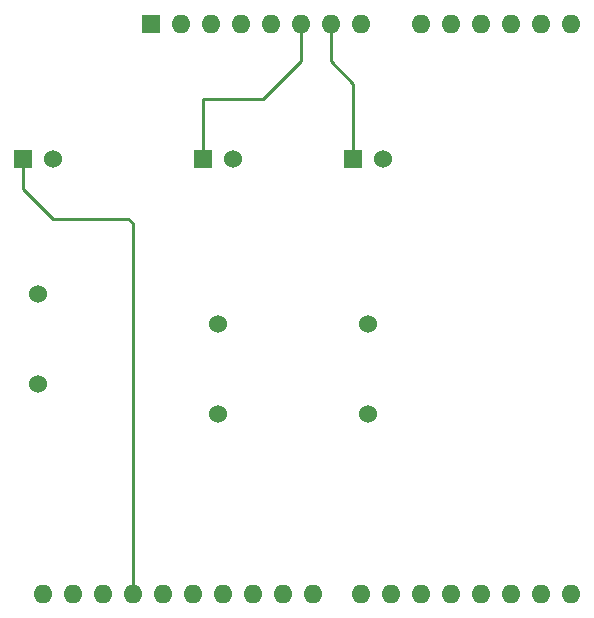
<source format=gbr>
%TF.GenerationSoftware,KiCad,Pcbnew,(6.0.7)*%
%TF.CreationDate,2022-08-16T16:09:05+09:00*%
%TF.ProjectId,uno_sd,756e6f5f-7364-42e6-9b69-6361645f7063,rev?*%
%TF.SameCoordinates,Original*%
%TF.FileFunction,Copper,L2,Bot*%
%TF.FilePolarity,Positive*%
%FSLAX46Y46*%
G04 Gerber Fmt 4.6, Leading zero omitted, Abs format (unit mm)*
G04 Created by KiCad (PCBNEW (6.0.7)) date 2022-08-16 16:09:05*
%MOMM*%
%LPD*%
G01*
G04 APERTURE LIST*
%TA.AperFunction,ComponentPad*%
%ADD10C,1.524000*%
%TD*%
%TA.AperFunction,ComponentPad*%
%ADD11R,1.524000X1.524000*%
%TD*%
%TA.AperFunction,ComponentPad*%
%ADD12R,1.600000X1.600000*%
%TD*%
%TA.AperFunction,ComponentPad*%
%ADD13O,1.600000X1.600000*%
%TD*%
%TA.AperFunction,Conductor*%
%ADD14C,0.250000*%
%TD*%
G04 APERTURE END LIST*
D10*
%TO.P,R3,1*%
%TO.N,Net-(R3-Pad1)*%
X154940000Y-92710000D03*
%TO.P,R3,2*%
%TO.N,Net-(A1-Pad27)*%
X154940000Y-100330000D03*
%TD*%
%TO.P,R2,1*%
%TO.N,Net-(R2-Pad1)*%
X170180000Y-95250000D03*
%TO.P,R2,2*%
%TO.N,Net-(A1-Pad26)*%
X170180000Y-102870000D03*
%TD*%
%TO.P,R1,1*%
%TO.N,Net-(R1-Pad1)*%
X182880000Y-95250000D03*
%TO.P,R1,2*%
%TO.N,Net-(A1-Pad25)*%
X182880000Y-102870000D03*
%TD*%
D11*
%TO.P,U3,1*%
%TO.N,GND*%
X153670000Y-81280000D03*
D10*
%TO.P,U3,2*%
%TO.N,Net-(R3-Pad1)*%
X156210000Y-81280000D03*
%TD*%
D11*
%TO.P,U2,1*%
%TO.N,GND*%
X168910000Y-81280000D03*
D10*
%TO.P,U2,2*%
%TO.N,Net-(R2-Pad1)*%
X171450000Y-81280000D03*
%TD*%
D11*
%TO.P,U1,1*%
%TO.N,GND*%
X181610000Y-81280000D03*
D10*
%TO.P,U1,2*%
%TO.N,Net-(R1-Pad1)*%
X184150000Y-81280000D03*
%TD*%
D12*
%TO.P,A1,1,NC*%
%TO.N,unconnected-(A1-Pad1)*%
X164465000Y-69850000D03*
D13*
%TO.P,A1,2,IOREF*%
%TO.N,unconnected-(A1-Pad2)*%
X167005000Y-69850000D03*
%TO.P,A1,3,~{RESET}*%
%TO.N,unconnected-(A1-Pad3)*%
X169545000Y-69850000D03*
%TO.P,A1,4,3V3*%
%TO.N,unconnected-(A1-Pad4)*%
X172085000Y-69850000D03*
%TO.P,A1,5,+5V*%
%TO.N,unconnected-(A1-Pad5)*%
X174625000Y-69850000D03*
%TO.P,A1,6,GND*%
%TO.N,GND*%
X177165000Y-69850000D03*
%TO.P,A1,7,GND*%
X179705000Y-69850000D03*
%TO.P,A1,8,VIN*%
%TO.N,unconnected-(A1-Pad8)*%
X182245000Y-69850000D03*
%TO.P,A1,9,A0*%
%TO.N,unconnected-(A1-Pad9)*%
X187325000Y-69850000D03*
%TO.P,A1,10,A1*%
%TO.N,unconnected-(A1-Pad10)*%
X189865000Y-69850000D03*
%TO.P,A1,11,A2*%
%TO.N,unconnected-(A1-Pad11)*%
X192405000Y-69850000D03*
%TO.P,A1,12,A3*%
%TO.N,unconnected-(A1-Pad12)*%
X194945000Y-69850000D03*
%TO.P,A1,13,SDA/A4*%
%TO.N,unconnected-(A1-Pad13)*%
X197485000Y-69850000D03*
%TO.P,A1,14,SCL/A5*%
%TO.N,unconnected-(A1-Pad14)*%
X200025000Y-69850000D03*
%TO.P,A1,15,D0/RX*%
%TO.N,unconnected-(A1-Pad15)*%
X200025000Y-118110000D03*
%TO.P,A1,16,D1/TX*%
%TO.N,unconnected-(A1-Pad16)*%
X197485000Y-118110000D03*
%TO.P,A1,17,D2*%
%TO.N,unconnected-(A1-Pad17)*%
X194945000Y-118110000D03*
%TO.P,A1,18,D3*%
%TO.N,unconnected-(A1-Pad18)*%
X192405000Y-118110000D03*
%TO.P,A1,19,D4*%
%TO.N,unconnected-(A1-Pad19)*%
X189865000Y-118110000D03*
%TO.P,A1,20,D5*%
%TO.N,unconnected-(A1-Pad20)*%
X187325000Y-118110000D03*
%TO.P,A1,21,D6*%
%TO.N,unconnected-(A1-Pad21)*%
X184785000Y-118110000D03*
%TO.P,A1,22,D7*%
%TO.N,unconnected-(A1-Pad22)*%
X182245000Y-118110000D03*
%TO.P,A1,23,D8*%
%TO.N,unconnected-(A1-Pad23)*%
X178185000Y-118110000D03*
%TO.P,A1,24,D9*%
%TO.N,unconnected-(A1-Pad24)*%
X175645000Y-118110000D03*
%TO.P,A1,25,D10*%
%TO.N,Net-(A1-Pad25)*%
X173105000Y-118110000D03*
%TO.P,A1,26,D11*%
%TO.N,Net-(A1-Pad26)*%
X170565000Y-118110000D03*
%TO.P,A1,27,D12*%
%TO.N,Net-(A1-Pad27)*%
X168025000Y-118110000D03*
%TO.P,A1,28,D13*%
%TO.N,unconnected-(A1-Pad28)*%
X165485000Y-118110000D03*
%TO.P,A1,29,GND*%
%TO.N,GND*%
X162945000Y-118110000D03*
%TO.P,A1,30,AREF*%
%TO.N,unconnected-(A1-Pad30)*%
X160405000Y-118110000D03*
%TO.P,A1,31,SDA/A4*%
%TO.N,unconnected-(A1-Pad31)*%
X157865000Y-118110000D03*
%TO.P,A1,32,SCL/A5*%
%TO.N,unconnected-(A1-Pad32)*%
X155325000Y-118110000D03*
%TD*%
D14*
%TO.N,GND*%
X156210000Y-86360000D02*
X162560000Y-86360000D01*
X162945000Y-86745000D02*
X162945000Y-118110000D01*
X153670000Y-83820000D02*
X156210000Y-86360000D01*
X162560000Y-86360000D02*
X162945000Y-86745000D01*
X153670000Y-81280000D02*
X153670000Y-83820000D01*
X179705000Y-73025000D02*
X179705000Y-69850000D01*
X181610000Y-74930000D02*
X179705000Y-73025000D01*
X181610000Y-81280000D02*
X181610000Y-74930000D01*
X168910000Y-76200000D02*
X168910000Y-81280000D01*
X173990000Y-76200000D02*
X168910000Y-76200000D01*
X177165000Y-69850000D02*
X177165000Y-73025000D01*
X177165000Y-73025000D02*
X173990000Y-76200000D01*
%TD*%
M02*

</source>
